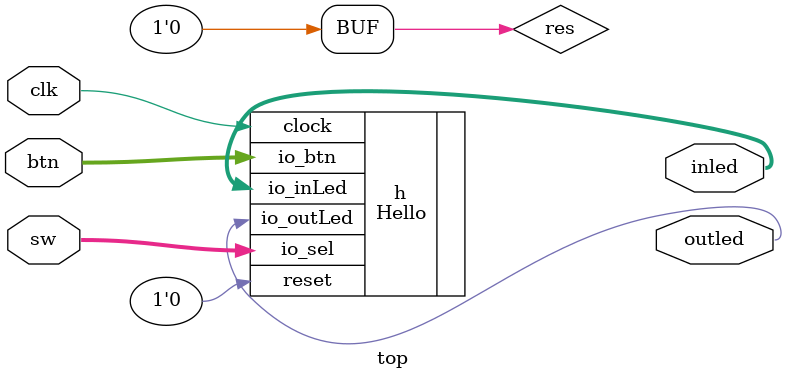
<source format=v>
/* Minimal top level for the Chisel Hello World.
  Wire reset to 0. */

module top(input clk, input [1:0] sw, input [3:0] btn, output [3:0] inled, output outled);
  wire res;

  assign res = 1'h0;

  Hello h(
      .clock( clk ),
      .reset( res ),
      .io_sel( sw ),
      .io_btn( btn ),
      .io_inLed( inled ),
      .io_outLed( outled )
  );
endmodule

</source>
